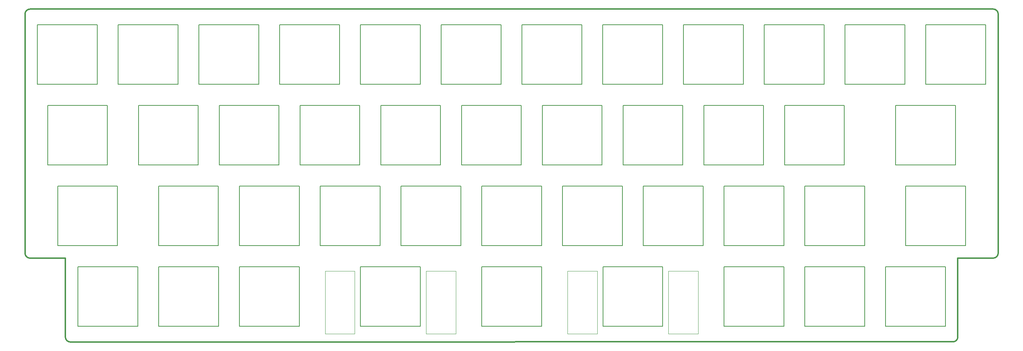
<source format=gbr>
%TF.GenerationSoftware,KiCad,Pcbnew,8.0.6*%
%TF.CreationDate,2025-02-17T10:53:08+09:00*%
%TF.ProjectId,top,746f702e-6b69-4636-9164-5f7063625858,rev?*%
%TF.SameCoordinates,Original*%
%TF.FileFunction,Profile,NP*%
%FSLAX46Y46*%
G04 Gerber Fmt 4.6, Leading zero omitted, Abs format (unit mm)*
G04 Created by KiCad (PCBNEW 8.0.6) date 2025-02-17 10:53:08*
%MOMM*%
%LPD*%
G01*
G04 APERTURE LIST*
%TA.AperFunction,Profile*%
%ADD10C,0.300000*%
%TD*%
%TA.AperFunction,Profile*%
%ADD11C,0.150000*%
%TD*%
%TA.AperFunction,Profile*%
%ADD12C,0.120000*%
%TD*%
G04 APERTURE END LIST*
D10*
X269563160Y-96916875D02*
G75*
G02*
X268372510Y-98107560I-1190560J-125D01*
G01*
X258847335Y-117871875D02*
X50721690Y-117912750D01*
X268372510Y-98107525D02*
X260037960Y-98107500D01*
X41196490Y-39290625D02*
X268372535Y-39290625D01*
X260037960Y-98107500D02*
X260037960Y-116681250D01*
X49531040Y-116722092D02*
X49531040Y-98107500D01*
X50721690Y-117912750D02*
G75*
G02*
X49531050Y-116722092I10J1190650D01*
G01*
X269563160Y-40481250D02*
X269563160Y-96916875D01*
X40005840Y-96916875D02*
X40005815Y-40481238D01*
X260037960Y-116681250D02*
G75*
G02*
X258847335Y-117871960I-1190760J50D01*
G01*
X49531040Y-98107500D02*
X41196490Y-98107475D01*
X40005815Y-40481238D02*
G75*
G02*
X41196490Y-39290615I1190685J-62D01*
G01*
X41196490Y-98107475D02*
G75*
G02*
X40005825Y-96916875I10J1190675D01*
G01*
X268372535Y-39290625D02*
G75*
G02*
X269563175Y-40481250I65J-1190575D01*
G01*
D11*
%TO.C,SW32*%
X185831250Y-81056250D02*
X199931250Y-81056250D01*
X185831250Y-95156250D02*
X185831250Y-81056250D01*
X199931250Y-81056250D02*
X199931250Y-95156250D01*
X199931250Y-95156250D02*
X185831250Y-95156250D01*
%TO.C,SW35*%
X200118750Y-62006250D02*
X214218750Y-62006250D01*
X200118750Y-76106250D02*
X200118750Y-62006250D01*
X214218750Y-62006250D02*
X214218750Y-76106250D01*
X214218750Y-76106250D02*
X200118750Y-76106250D01*
%TO.C,SW22*%
X138206250Y-42956250D02*
X152306250Y-42956250D01*
X138206250Y-57056250D02*
X138206250Y-42956250D01*
X152306250Y-42956250D02*
X152306250Y-57056250D01*
X152306250Y-57056250D02*
X138206250Y-57056250D01*
D12*
%TO.C,SW25*%
X167960000Y-101156250D02*
X174960000Y-101156250D01*
X167960000Y-115956250D02*
X167960000Y-101156250D01*
X174960000Y-101156250D02*
X174960000Y-115956250D01*
X174960000Y-115956250D02*
X167960000Y-115956250D01*
D11*
X176310000Y-100106250D02*
X190410000Y-100106250D01*
X176310000Y-114206250D02*
X176310000Y-100106250D01*
X190410000Y-100106250D02*
X190410000Y-114206250D01*
X190410000Y-114206250D02*
X176310000Y-114206250D01*
D12*
X191760000Y-101156250D02*
X191760000Y-115956250D01*
X191760000Y-115956250D02*
X198760000Y-115956250D01*
X198760000Y-101156250D02*
X191760000Y-101156250D01*
X198760000Y-115956250D02*
X198760000Y-101156250D01*
D11*
%TO.C,SW10*%
X81056250Y-42950000D02*
X95156250Y-42950000D01*
X81056250Y-57050000D02*
X81056250Y-42950000D01*
X95156250Y-42950000D02*
X95156250Y-57050000D01*
X95156250Y-57050000D02*
X81056250Y-57050000D01*
%TO.C,SW7*%
X66768750Y-62006250D02*
X80868750Y-62006250D01*
X66768750Y-76106250D02*
X66768750Y-62006250D01*
X80868750Y-62006250D02*
X80868750Y-76106250D01*
X80868750Y-76106250D02*
X66768750Y-76106250D01*
%TO.C,SW29*%
X204881250Y-100106250D02*
X218981250Y-100106250D01*
X204881250Y-114206250D02*
X204881250Y-100106250D01*
X218981250Y-100106250D02*
X218981250Y-114206250D01*
X218981250Y-114206250D02*
X204881250Y-114206250D01*
%TO.C,SW11*%
X85818750Y-62006250D02*
X99918750Y-62006250D01*
X85818750Y-76106250D02*
X85818750Y-62006250D01*
X99918750Y-62006250D02*
X99918750Y-76106250D01*
X99918750Y-76106250D02*
X85818750Y-76106250D01*
%TO.C,SW40*%
X223931250Y-81056250D02*
X238031250Y-81056250D01*
X223931250Y-95156250D02*
X223931250Y-81056250D01*
X238031250Y-81056250D02*
X238031250Y-95156250D01*
X238031250Y-95156250D02*
X223931250Y-95156250D01*
%TO.C,SW15*%
X104868750Y-62006250D02*
X118968750Y-62006250D01*
X104868750Y-76106250D02*
X104868750Y-62006250D01*
X118968750Y-62006250D02*
X118968750Y-76106250D01*
X118968750Y-76106250D02*
X104868750Y-76106250D01*
%TO.C,SW37*%
X242981250Y-100106250D02*
X257081250Y-100106250D01*
X242981250Y-114206250D02*
X242981250Y-100106250D01*
X257081250Y-100106250D02*
X257081250Y-114206250D01*
X257081250Y-114206250D02*
X242981250Y-114206250D01*
%TO.C,SW16*%
X109631250Y-81056250D02*
X123731250Y-81056250D01*
X109631250Y-95156250D02*
X109631250Y-81056250D01*
X123731250Y-81056250D02*
X123731250Y-95156250D01*
X123731250Y-95156250D02*
X109631250Y-95156250D01*
%TO.C,SW24*%
X147731250Y-81056250D02*
X161831250Y-81056250D01*
X147731250Y-95156250D02*
X147731250Y-81056250D01*
X161831250Y-81056250D02*
X161831250Y-95156250D01*
X161831250Y-95156250D02*
X147731250Y-95156250D01*
%TO.C,SW23*%
X142968750Y-62006250D02*
X157068750Y-62006250D01*
X142968750Y-76106250D02*
X142968750Y-62006250D01*
X157068750Y-62006250D02*
X157068750Y-76106250D01*
X157068750Y-76106250D02*
X142968750Y-76106250D01*
%TO.C,SW38*%
X214406250Y-42956250D02*
X228506250Y-42956250D01*
X214406250Y-57056250D02*
X214406250Y-42956250D01*
X228506250Y-42956250D02*
X228506250Y-57056250D01*
X228506250Y-57056250D02*
X214406250Y-57056250D01*
%TO.C,SW13*%
X90581250Y-100106250D02*
X104681250Y-100106250D01*
X90581250Y-114206250D02*
X90581250Y-100106250D01*
X104681250Y-100106250D02*
X104681250Y-114206250D01*
X104681250Y-114206250D02*
X90581250Y-114206250D01*
%TO.C,SW20*%
X128681250Y-81056250D02*
X142781250Y-81056250D01*
X128681250Y-95156250D02*
X128681250Y-81056250D01*
X142781250Y-81056250D02*
X142781250Y-95156250D01*
X142781250Y-95156250D02*
X128681250Y-95156250D01*
%TO.C,SW9*%
X71531250Y-100106250D02*
X85631250Y-100106250D01*
X71531250Y-114206250D02*
X71531250Y-100106250D01*
X85631250Y-100106250D02*
X85631250Y-114206250D01*
X85631250Y-114206250D02*
X71531250Y-114206250D01*
%TO.C,SW39*%
X219168750Y-62006250D02*
X233268750Y-62006250D01*
X219168750Y-76106250D02*
X219168750Y-62006250D01*
X233268750Y-62006250D02*
X233268750Y-76106250D01*
X233268750Y-76106250D02*
X219168750Y-76106250D01*
%TO.C,SW12*%
X90581250Y-81056250D02*
X104681250Y-81056250D01*
X90581250Y-95156250D02*
X90581250Y-81056250D01*
X104681250Y-81056250D02*
X104681250Y-95156250D01*
X104681250Y-95156250D02*
X90581250Y-95156250D01*
%TO.C,SW2*%
X42956250Y-42950000D02*
X57056250Y-42950000D01*
X42956250Y-57050000D02*
X42956250Y-42950000D01*
X57056250Y-42950000D02*
X57056250Y-57050000D01*
X57056250Y-57050000D02*
X42956250Y-57050000D01*
%TO.C,SW36*%
X204881250Y-81056250D02*
X218981250Y-81056250D01*
X204881250Y-95156250D02*
X204881250Y-81056250D01*
X218981250Y-81056250D02*
X218981250Y-95156250D01*
X218981250Y-95156250D02*
X204881250Y-95156250D01*
%TO.C,SW21*%
X147731250Y-100106250D02*
X161831250Y-100106250D01*
X147731250Y-114206250D02*
X147731250Y-100106250D01*
X161831250Y-100106250D02*
X161831250Y-114206250D01*
X161831250Y-114206250D02*
X147731250Y-114206250D01*
%TO.C,SW27*%
X162018750Y-62006250D02*
X176118750Y-62006250D01*
X162018750Y-76106250D02*
X162018750Y-62006250D01*
X176118750Y-62006250D02*
X176118750Y-76106250D01*
X176118750Y-76106250D02*
X162018750Y-76106250D01*
%TO.C,SW33*%
X223931250Y-100106250D02*
X238031250Y-100106250D01*
X223931250Y-114206250D02*
X223931250Y-100106250D01*
X238031250Y-100106250D02*
X238031250Y-114206250D01*
X238031250Y-114206250D02*
X223931250Y-114206250D01*
%TO.C,SW41*%
X247743750Y-81056250D02*
X261843750Y-81056250D01*
X247743750Y-95156250D02*
X247743750Y-81056250D01*
X261843750Y-81056250D02*
X261843750Y-95156250D01*
X261843750Y-95156250D02*
X247743750Y-95156250D01*
%TO.C,SW31*%
X181068750Y-62006250D02*
X195168750Y-62006250D01*
X181068750Y-76106250D02*
X181068750Y-62006250D01*
X195168750Y-62006250D02*
X195168750Y-76106250D01*
X195168750Y-76106250D02*
X181068750Y-76106250D01*
%TO.C,SW5*%
X52481250Y-100106250D02*
X66581250Y-100106250D01*
X52481250Y-114206250D02*
X52481250Y-100106250D01*
X66581250Y-100106250D02*
X66581250Y-114206250D01*
X66581250Y-114206250D02*
X52481250Y-114206250D01*
%TO.C,SW19*%
X123918750Y-62006250D02*
X138018750Y-62006250D01*
X123918750Y-76106250D02*
X123918750Y-62006250D01*
X138018750Y-62006250D02*
X138018750Y-76106250D01*
X138018750Y-76106250D02*
X123918750Y-76106250D01*
%TO.C,SW4*%
X47710000Y-81050000D02*
X61810000Y-81050000D01*
X47710000Y-95150000D02*
X47710000Y-81050000D01*
X61810000Y-81050000D02*
X61810000Y-95150000D01*
X61810000Y-95150000D02*
X47710000Y-95150000D01*
%TO.C,SW42*%
X233456250Y-42956250D02*
X247556250Y-42956250D01*
X233456250Y-57056250D02*
X233456250Y-42956250D01*
X247556250Y-42956250D02*
X247556250Y-57056250D01*
X247556250Y-57056250D02*
X233456250Y-57056250D01*
%TO.C,SW30*%
X176306250Y-42956250D02*
X190406250Y-42956250D01*
X176306250Y-57056250D02*
X176306250Y-42956250D01*
X190406250Y-42956250D02*
X190406250Y-57056250D01*
X190406250Y-57056250D02*
X176306250Y-57056250D01*
%TO.C,SW3*%
X45330000Y-62000000D02*
X59430000Y-62000000D01*
X45330000Y-76100000D02*
X45330000Y-62000000D01*
X59430000Y-62000000D02*
X59430000Y-76100000D01*
X59430000Y-76100000D02*
X45330000Y-76100000D01*
%TO.C,SW26*%
X157256250Y-42950000D02*
X171356250Y-42950000D01*
X157256250Y-57050000D02*
X157256250Y-42950000D01*
X171356250Y-42950000D02*
X171356250Y-57050000D01*
X171356250Y-57050000D02*
X157256250Y-57050000D01*
%TO.C,SW18*%
X119156250Y-42956250D02*
X133256250Y-42956250D01*
X119156250Y-57056250D02*
X119156250Y-42956250D01*
X133256250Y-42956250D02*
X133256250Y-57056250D01*
X133256250Y-57056250D02*
X119156250Y-57056250D01*
%TO.C,SW44*%
X245370000Y-62006250D02*
X259470000Y-62006250D01*
X245370000Y-76106250D02*
X245370000Y-62006250D01*
X259470000Y-62006250D02*
X259470000Y-76106250D01*
X259470000Y-76106250D02*
X245370000Y-76106250D01*
%TO.C,SW14*%
X100106250Y-42956250D02*
X114206250Y-42956250D01*
X100106250Y-57056250D02*
X100106250Y-42956250D01*
X114206250Y-42956250D02*
X114206250Y-57056250D01*
X114206250Y-57056250D02*
X100106250Y-57056250D01*
%TO.C,SW8*%
X71522500Y-81056250D02*
X85622500Y-81056250D01*
X71522500Y-95156250D02*
X71522500Y-81056250D01*
X85622500Y-81056250D02*
X85622500Y-95156250D01*
X85622500Y-95156250D02*
X71522500Y-95156250D01*
%TO.C,SW43*%
X252506250Y-42950000D02*
X266606250Y-42950000D01*
X252506250Y-57050000D02*
X252506250Y-42950000D01*
X266606250Y-42950000D02*
X266606250Y-57050000D01*
X266606250Y-57050000D02*
X252506250Y-57050000D01*
%TO.C,SW34*%
X195356250Y-42956250D02*
X209456250Y-42956250D01*
X195356250Y-57056250D02*
X195356250Y-42956250D01*
X209456250Y-42956250D02*
X209456250Y-57056250D01*
X209456250Y-57056250D02*
X195356250Y-57056250D01*
%TO.C,SW6*%
X62006250Y-42950000D02*
X76106250Y-42950000D01*
X62006250Y-57050000D02*
X62006250Y-42950000D01*
X76106250Y-42950000D02*
X76106250Y-57050000D01*
X76106250Y-57050000D02*
X62006250Y-57050000D01*
D12*
%TO.C,SW17*%
X110800000Y-101156250D02*
X117800000Y-101156250D01*
X110800000Y-115956250D02*
X110800000Y-101156250D01*
X117800000Y-101156250D02*
X117800000Y-115956250D01*
X117800000Y-115956250D02*
X110800000Y-115956250D01*
D11*
X119150000Y-100106250D02*
X133250000Y-100106250D01*
X119150000Y-114206250D02*
X119150000Y-100106250D01*
X133250000Y-100106250D02*
X133250000Y-114206250D01*
X133250000Y-114206250D02*
X119150000Y-114206250D01*
D12*
X134600000Y-101156250D02*
X134600000Y-115956250D01*
X134600000Y-115956250D02*
X141600000Y-115956250D01*
X141600000Y-101156250D02*
X134600000Y-101156250D01*
X141600000Y-115956250D02*
X141600000Y-101156250D01*
D11*
%TO.C,SW28*%
X166781250Y-81056250D02*
X180881250Y-81056250D01*
X166781250Y-95156250D02*
X166781250Y-81056250D01*
X180881250Y-81056250D02*
X180881250Y-95156250D01*
X180881250Y-95156250D02*
X166781250Y-95156250D01*
%TD*%
M02*

</source>
